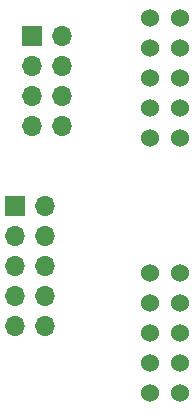
<source format=gbr>
G04 #@! TF.GenerationSoftware,KiCad,Pcbnew,(6.0.0)*
G04 #@! TF.CreationDate,2021-12-31T10:21:58-05:00*
G04 #@! TF.ProjectId,SKR-Mini_Screen,534b522d-4d69-46e6-995f-53637265656e,rev?*
G04 #@! TF.SameCoordinates,Original*
G04 #@! TF.FileFunction,Soldermask,Bot*
G04 #@! TF.FilePolarity,Negative*
%FSLAX46Y46*%
G04 Gerber Fmt 4.6, Leading zero omitted, Abs format (unit mm)*
G04 Created by KiCad (PCBNEW (6.0.0)) date 2021-12-31 10:21:58*
%MOMM*%
%LPD*%
G01*
G04 APERTURE LIST*
%ADD10C,1.524000*%
%ADD11R,1.700000X1.700000*%
%ADD12O,1.700000X1.700000*%
G04 APERTURE END LIST*
D10*
X137160000Y-112395000D03*
X139700000Y-112395000D03*
X137160000Y-114935000D03*
X139700000Y-114935000D03*
X137160000Y-117475000D03*
X139700000Y-117475000D03*
X137160000Y-120015000D03*
X139700000Y-120015000D03*
X137160000Y-122555000D03*
X139700000Y-122555000D03*
X137160000Y-90805000D03*
X139700000Y-90805000D03*
X137160000Y-93345000D03*
X139700000Y-93345000D03*
X137160000Y-95885000D03*
X139700000Y-95885000D03*
X137160000Y-98425000D03*
X139700000Y-98425000D03*
X137160000Y-100965000D03*
X139700000Y-100965000D03*
D11*
X125730000Y-106680000D03*
D12*
X128270000Y-106680000D03*
X125730000Y-109220000D03*
X128270000Y-109220000D03*
X125730000Y-111760000D03*
X128270000Y-111760000D03*
X125730000Y-114300000D03*
X128270000Y-114300000D03*
X125730000Y-116840000D03*
X128270000Y-116840000D03*
D11*
X127178000Y-92292000D03*
D12*
X129718000Y-92292000D03*
X127178000Y-94832000D03*
X129718000Y-94832000D03*
X127178000Y-97372000D03*
X129718000Y-97372000D03*
X127178000Y-99912000D03*
X129718000Y-99912000D03*
M02*

</source>
